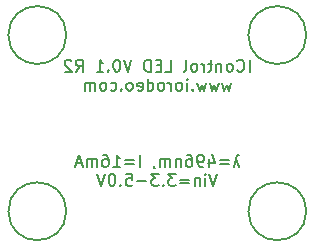
<source format=gbo>
%TF.GenerationSoftware,KiCad,Pcbnew,7.0.10-7.0.10~ubuntu22.04.1*%
%TF.CreationDate,2024-03-15T17:45:32-07:00*%
%TF.ProjectId,496nm_16mA,3439366e-6d5f-4313-966d-412e6b696361,rev?*%
%TF.SameCoordinates,Original*%
%TF.FileFunction,Legend,Bot*%
%TF.FilePolarity,Positive*%
%FSLAX46Y46*%
G04 Gerber Fmt 4.6, Leading zero omitted, Abs format (unit mm)*
G04 Created by KiCad (PCBNEW 7.0.10-7.0.10~ubuntu22.04.1) date 2024-03-15 17:45:32*
%MOMM*%
%LPD*%
G01*
G04 APERTURE LIST*
%ADD10C,0.150000*%
G04 APERTURE END LIST*
D10*
X70509524Y-55634819D02*
X70509524Y-54634819D01*
X69461906Y-55539580D02*
X69509525Y-55587200D01*
X69509525Y-55587200D02*
X69652382Y-55634819D01*
X69652382Y-55634819D02*
X69747620Y-55634819D01*
X69747620Y-55634819D02*
X69890477Y-55587200D01*
X69890477Y-55587200D02*
X69985715Y-55491961D01*
X69985715Y-55491961D02*
X70033334Y-55396723D01*
X70033334Y-55396723D02*
X70080953Y-55206247D01*
X70080953Y-55206247D02*
X70080953Y-55063390D01*
X70080953Y-55063390D02*
X70033334Y-54872914D01*
X70033334Y-54872914D02*
X69985715Y-54777676D01*
X69985715Y-54777676D02*
X69890477Y-54682438D01*
X69890477Y-54682438D02*
X69747620Y-54634819D01*
X69747620Y-54634819D02*
X69652382Y-54634819D01*
X69652382Y-54634819D02*
X69509525Y-54682438D01*
X69509525Y-54682438D02*
X69461906Y-54730057D01*
X68890477Y-55634819D02*
X68985715Y-55587200D01*
X68985715Y-55587200D02*
X69033334Y-55539580D01*
X69033334Y-55539580D02*
X69080953Y-55444342D01*
X69080953Y-55444342D02*
X69080953Y-55158628D01*
X69080953Y-55158628D02*
X69033334Y-55063390D01*
X69033334Y-55063390D02*
X68985715Y-55015771D01*
X68985715Y-55015771D02*
X68890477Y-54968152D01*
X68890477Y-54968152D02*
X68747620Y-54968152D01*
X68747620Y-54968152D02*
X68652382Y-55015771D01*
X68652382Y-55015771D02*
X68604763Y-55063390D01*
X68604763Y-55063390D02*
X68557144Y-55158628D01*
X68557144Y-55158628D02*
X68557144Y-55444342D01*
X68557144Y-55444342D02*
X68604763Y-55539580D01*
X68604763Y-55539580D02*
X68652382Y-55587200D01*
X68652382Y-55587200D02*
X68747620Y-55634819D01*
X68747620Y-55634819D02*
X68890477Y-55634819D01*
X68128572Y-54968152D02*
X68128572Y-55634819D01*
X68128572Y-55063390D02*
X68080953Y-55015771D01*
X68080953Y-55015771D02*
X67985715Y-54968152D01*
X67985715Y-54968152D02*
X67842858Y-54968152D01*
X67842858Y-54968152D02*
X67747620Y-55015771D01*
X67747620Y-55015771D02*
X67700001Y-55111009D01*
X67700001Y-55111009D02*
X67700001Y-55634819D01*
X67366667Y-54968152D02*
X66985715Y-54968152D01*
X67223810Y-54634819D02*
X67223810Y-55491961D01*
X67223810Y-55491961D02*
X67176191Y-55587200D01*
X67176191Y-55587200D02*
X67080953Y-55634819D01*
X67080953Y-55634819D02*
X66985715Y-55634819D01*
X66652381Y-55634819D02*
X66652381Y-54968152D01*
X66652381Y-55158628D02*
X66604762Y-55063390D01*
X66604762Y-55063390D02*
X66557143Y-55015771D01*
X66557143Y-55015771D02*
X66461905Y-54968152D01*
X66461905Y-54968152D02*
X66366667Y-54968152D01*
X65890476Y-55634819D02*
X65985714Y-55587200D01*
X65985714Y-55587200D02*
X66033333Y-55539580D01*
X66033333Y-55539580D02*
X66080952Y-55444342D01*
X66080952Y-55444342D02*
X66080952Y-55158628D01*
X66080952Y-55158628D02*
X66033333Y-55063390D01*
X66033333Y-55063390D02*
X65985714Y-55015771D01*
X65985714Y-55015771D02*
X65890476Y-54968152D01*
X65890476Y-54968152D02*
X65747619Y-54968152D01*
X65747619Y-54968152D02*
X65652381Y-55015771D01*
X65652381Y-55015771D02*
X65604762Y-55063390D01*
X65604762Y-55063390D02*
X65557143Y-55158628D01*
X65557143Y-55158628D02*
X65557143Y-55444342D01*
X65557143Y-55444342D02*
X65604762Y-55539580D01*
X65604762Y-55539580D02*
X65652381Y-55587200D01*
X65652381Y-55587200D02*
X65747619Y-55634819D01*
X65747619Y-55634819D02*
X65890476Y-55634819D01*
X64985714Y-55634819D02*
X65080952Y-55587200D01*
X65080952Y-55587200D02*
X65128571Y-55491961D01*
X65128571Y-55491961D02*
X65128571Y-54634819D01*
X63366666Y-55634819D02*
X63842856Y-55634819D01*
X63842856Y-55634819D02*
X63842856Y-54634819D01*
X63033332Y-55111009D02*
X62699999Y-55111009D01*
X62557142Y-55634819D02*
X63033332Y-55634819D01*
X63033332Y-55634819D02*
X63033332Y-54634819D01*
X63033332Y-54634819D02*
X62557142Y-54634819D01*
X62128570Y-55634819D02*
X62128570Y-54634819D01*
X62128570Y-54634819D02*
X61890475Y-54634819D01*
X61890475Y-54634819D02*
X61747618Y-54682438D01*
X61747618Y-54682438D02*
X61652380Y-54777676D01*
X61652380Y-54777676D02*
X61604761Y-54872914D01*
X61604761Y-54872914D02*
X61557142Y-55063390D01*
X61557142Y-55063390D02*
X61557142Y-55206247D01*
X61557142Y-55206247D02*
X61604761Y-55396723D01*
X61604761Y-55396723D02*
X61652380Y-55491961D01*
X61652380Y-55491961D02*
X61747618Y-55587200D01*
X61747618Y-55587200D02*
X61890475Y-55634819D01*
X61890475Y-55634819D02*
X62128570Y-55634819D01*
X60509522Y-54634819D02*
X60176189Y-55634819D01*
X60176189Y-55634819D02*
X59842856Y-54634819D01*
X59319046Y-54634819D02*
X59223808Y-54634819D01*
X59223808Y-54634819D02*
X59128570Y-54682438D01*
X59128570Y-54682438D02*
X59080951Y-54730057D01*
X59080951Y-54730057D02*
X59033332Y-54825295D01*
X59033332Y-54825295D02*
X58985713Y-55015771D01*
X58985713Y-55015771D02*
X58985713Y-55253866D01*
X58985713Y-55253866D02*
X59033332Y-55444342D01*
X59033332Y-55444342D02*
X59080951Y-55539580D01*
X59080951Y-55539580D02*
X59128570Y-55587200D01*
X59128570Y-55587200D02*
X59223808Y-55634819D01*
X59223808Y-55634819D02*
X59319046Y-55634819D01*
X59319046Y-55634819D02*
X59414284Y-55587200D01*
X59414284Y-55587200D02*
X59461903Y-55539580D01*
X59461903Y-55539580D02*
X59509522Y-55444342D01*
X59509522Y-55444342D02*
X59557141Y-55253866D01*
X59557141Y-55253866D02*
X59557141Y-55015771D01*
X59557141Y-55015771D02*
X59509522Y-54825295D01*
X59509522Y-54825295D02*
X59461903Y-54730057D01*
X59461903Y-54730057D02*
X59414284Y-54682438D01*
X59414284Y-54682438D02*
X59319046Y-54634819D01*
X58557141Y-55539580D02*
X58509522Y-55587200D01*
X58509522Y-55587200D02*
X58557141Y-55634819D01*
X58557141Y-55634819D02*
X58604760Y-55587200D01*
X58604760Y-55587200D02*
X58557141Y-55539580D01*
X58557141Y-55539580D02*
X58557141Y-55634819D01*
X57557142Y-55634819D02*
X58128570Y-55634819D01*
X57842856Y-55634819D02*
X57842856Y-54634819D01*
X57842856Y-54634819D02*
X57938094Y-54777676D01*
X57938094Y-54777676D02*
X58033332Y-54872914D01*
X58033332Y-54872914D02*
X58128570Y-54920533D01*
X55795237Y-55634819D02*
X56128570Y-55158628D01*
X56366665Y-55634819D02*
X56366665Y-54634819D01*
X56366665Y-54634819D02*
X55985713Y-54634819D01*
X55985713Y-54634819D02*
X55890475Y-54682438D01*
X55890475Y-54682438D02*
X55842856Y-54730057D01*
X55842856Y-54730057D02*
X55795237Y-54825295D01*
X55795237Y-54825295D02*
X55795237Y-54968152D01*
X55795237Y-54968152D02*
X55842856Y-55063390D01*
X55842856Y-55063390D02*
X55890475Y-55111009D01*
X55890475Y-55111009D02*
X55985713Y-55158628D01*
X55985713Y-55158628D02*
X56366665Y-55158628D01*
X55414284Y-54730057D02*
X55366665Y-54682438D01*
X55366665Y-54682438D02*
X55271427Y-54634819D01*
X55271427Y-54634819D02*
X55033332Y-54634819D01*
X55033332Y-54634819D02*
X54938094Y-54682438D01*
X54938094Y-54682438D02*
X54890475Y-54730057D01*
X54890475Y-54730057D02*
X54842856Y-54825295D01*
X54842856Y-54825295D02*
X54842856Y-54920533D01*
X54842856Y-54920533D02*
X54890475Y-55063390D01*
X54890475Y-55063390D02*
X55461903Y-55634819D01*
X55461903Y-55634819D02*
X54842856Y-55634819D01*
X68938094Y-56578152D02*
X68747618Y-57244819D01*
X68747618Y-57244819D02*
X68557142Y-56768628D01*
X68557142Y-56768628D02*
X68366666Y-57244819D01*
X68366666Y-57244819D02*
X68176190Y-56578152D01*
X67890475Y-56578152D02*
X67699999Y-57244819D01*
X67699999Y-57244819D02*
X67509523Y-56768628D01*
X67509523Y-56768628D02*
X67319047Y-57244819D01*
X67319047Y-57244819D02*
X67128571Y-56578152D01*
X66842856Y-56578152D02*
X66652380Y-57244819D01*
X66652380Y-57244819D02*
X66461904Y-56768628D01*
X66461904Y-56768628D02*
X66271428Y-57244819D01*
X66271428Y-57244819D02*
X66080952Y-56578152D01*
X65699999Y-57149580D02*
X65652380Y-57197200D01*
X65652380Y-57197200D02*
X65699999Y-57244819D01*
X65699999Y-57244819D02*
X65747618Y-57197200D01*
X65747618Y-57197200D02*
X65699999Y-57149580D01*
X65699999Y-57149580D02*
X65699999Y-57244819D01*
X65223809Y-57244819D02*
X65223809Y-56578152D01*
X65223809Y-56244819D02*
X65271428Y-56292438D01*
X65271428Y-56292438D02*
X65223809Y-56340057D01*
X65223809Y-56340057D02*
X65176190Y-56292438D01*
X65176190Y-56292438D02*
X65223809Y-56244819D01*
X65223809Y-56244819D02*
X65223809Y-56340057D01*
X64604762Y-57244819D02*
X64700000Y-57197200D01*
X64700000Y-57197200D02*
X64747619Y-57149580D01*
X64747619Y-57149580D02*
X64795238Y-57054342D01*
X64795238Y-57054342D02*
X64795238Y-56768628D01*
X64795238Y-56768628D02*
X64747619Y-56673390D01*
X64747619Y-56673390D02*
X64700000Y-56625771D01*
X64700000Y-56625771D02*
X64604762Y-56578152D01*
X64604762Y-56578152D02*
X64461905Y-56578152D01*
X64461905Y-56578152D02*
X64366667Y-56625771D01*
X64366667Y-56625771D02*
X64319048Y-56673390D01*
X64319048Y-56673390D02*
X64271429Y-56768628D01*
X64271429Y-56768628D02*
X64271429Y-57054342D01*
X64271429Y-57054342D02*
X64319048Y-57149580D01*
X64319048Y-57149580D02*
X64366667Y-57197200D01*
X64366667Y-57197200D02*
X64461905Y-57244819D01*
X64461905Y-57244819D02*
X64604762Y-57244819D01*
X63842857Y-57244819D02*
X63842857Y-56578152D01*
X63842857Y-56768628D02*
X63795238Y-56673390D01*
X63795238Y-56673390D02*
X63747619Y-56625771D01*
X63747619Y-56625771D02*
X63652381Y-56578152D01*
X63652381Y-56578152D02*
X63557143Y-56578152D01*
X63080952Y-57244819D02*
X63176190Y-57197200D01*
X63176190Y-57197200D02*
X63223809Y-57149580D01*
X63223809Y-57149580D02*
X63271428Y-57054342D01*
X63271428Y-57054342D02*
X63271428Y-56768628D01*
X63271428Y-56768628D02*
X63223809Y-56673390D01*
X63223809Y-56673390D02*
X63176190Y-56625771D01*
X63176190Y-56625771D02*
X63080952Y-56578152D01*
X63080952Y-56578152D02*
X62938095Y-56578152D01*
X62938095Y-56578152D02*
X62842857Y-56625771D01*
X62842857Y-56625771D02*
X62795238Y-56673390D01*
X62795238Y-56673390D02*
X62747619Y-56768628D01*
X62747619Y-56768628D02*
X62747619Y-57054342D01*
X62747619Y-57054342D02*
X62795238Y-57149580D01*
X62795238Y-57149580D02*
X62842857Y-57197200D01*
X62842857Y-57197200D02*
X62938095Y-57244819D01*
X62938095Y-57244819D02*
X63080952Y-57244819D01*
X61890476Y-57244819D02*
X61890476Y-56244819D01*
X61890476Y-57197200D02*
X61985714Y-57244819D01*
X61985714Y-57244819D02*
X62176190Y-57244819D01*
X62176190Y-57244819D02*
X62271428Y-57197200D01*
X62271428Y-57197200D02*
X62319047Y-57149580D01*
X62319047Y-57149580D02*
X62366666Y-57054342D01*
X62366666Y-57054342D02*
X62366666Y-56768628D01*
X62366666Y-56768628D02*
X62319047Y-56673390D01*
X62319047Y-56673390D02*
X62271428Y-56625771D01*
X62271428Y-56625771D02*
X62176190Y-56578152D01*
X62176190Y-56578152D02*
X61985714Y-56578152D01*
X61985714Y-56578152D02*
X61890476Y-56625771D01*
X61033333Y-57197200D02*
X61128571Y-57244819D01*
X61128571Y-57244819D02*
X61319047Y-57244819D01*
X61319047Y-57244819D02*
X61414285Y-57197200D01*
X61414285Y-57197200D02*
X61461904Y-57101961D01*
X61461904Y-57101961D02*
X61461904Y-56721009D01*
X61461904Y-56721009D02*
X61414285Y-56625771D01*
X61414285Y-56625771D02*
X61319047Y-56578152D01*
X61319047Y-56578152D02*
X61128571Y-56578152D01*
X61128571Y-56578152D02*
X61033333Y-56625771D01*
X61033333Y-56625771D02*
X60985714Y-56721009D01*
X60985714Y-56721009D02*
X60985714Y-56816247D01*
X60985714Y-56816247D02*
X61461904Y-56911485D01*
X60414285Y-57244819D02*
X60509523Y-57197200D01*
X60509523Y-57197200D02*
X60557142Y-57149580D01*
X60557142Y-57149580D02*
X60604761Y-57054342D01*
X60604761Y-57054342D02*
X60604761Y-56768628D01*
X60604761Y-56768628D02*
X60557142Y-56673390D01*
X60557142Y-56673390D02*
X60509523Y-56625771D01*
X60509523Y-56625771D02*
X60414285Y-56578152D01*
X60414285Y-56578152D02*
X60271428Y-56578152D01*
X60271428Y-56578152D02*
X60176190Y-56625771D01*
X60176190Y-56625771D02*
X60128571Y-56673390D01*
X60128571Y-56673390D02*
X60080952Y-56768628D01*
X60080952Y-56768628D02*
X60080952Y-57054342D01*
X60080952Y-57054342D02*
X60128571Y-57149580D01*
X60128571Y-57149580D02*
X60176190Y-57197200D01*
X60176190Y-57197200D02*
X60271428Y-57244819D01*
X60271428Y-57244819D02*
X60414285Y-57244819D01*
X59652380Y-57149580D02*
X59604761Y-57197200D01*
X59604761Y-57197200D02*
X59652380Y-57244819D01*
X59652380Y-57244819D02*
X59699999Y-57197200D01*
X59699999Y-57197200D02*
X59652380Y-57149580D01*
X59652380Y-57149580D02*
X59652380Y-57244819D01*
X58747619Y-57197200D02*
X58842857Y-57244819D01*
X58842857Y-57244819D02*
X59033333Y-57244819D01*
X59033333Y-57244819D02*
X59128571Y-57197200D01*
X59128571Y-57197200D02*
X59176190Y-57149580D01*
X59176190Y-57149580D02*
X59223809Y-57054342D01*
X59223809Y-57054342D02*
X59223809Y-56768628D01*
X59223809Y-56768628D02*
X59176190Y-56673390D01*
X59176190Y-56673390D02*
X59128571Y-56625771D01*
X59128571Y-56625771D02*
X59033333Y-56578152D01*
X59033333Y-56578152D02*
X58842857Y-56578152D01*
X58842857Y-56578152D02*
X58747619Y-56625771D01*
X58176190Y-57244819D02*
X58271428Y-57197200D01*
X58271428Y-57197200D02*
X58319047Y-57149580D01*
X58319047Y-57149580D02*
X58366666Y-57054342D01*
X58366666Y-57054342D02*
X58366666Y-56768628D01*
X58366666Y-56768628D02*
X58319047Y-56673390D01*
X58319047Y-56673390D02*
X58271428Y-56625771D01*
X58271428Y-56625771D02*
X58176190Y-56578152D01*
X58176190Y-56578152D02*
X58033333Y-56578152D01*
X58033333Y-56578152D02*
X57938095Y-56625771D01*
X57938095Y-56625771D02*
X57890476Y-56673390D01*
X57890476Y-56673390D02*
X57842857Y-56768628D01*
X57842857Y-56768628D02*
X57842857Y-57054342D01*
X57842857Y-57054342D02*
X57890476Y-57149580D01*
X57890476Y-57149580D02*
X57938095Y-57197200D01*
X57938095Y-57197200D02*
X58033333Y-57244819D01*
X58033333Y-57244819D02*
X58176190Y-57244819D01*
X57414285Y-57244819D02*
X57414285Y-56578152D01*
X57414285Y-56673390D02*
X57366666Y-56625771D01*
X57366666Y-56625771D02*
X57271428Y-56578152D01*
X57271428Y-56578152D02*
X57128571Y-56578152D01*
X57128571Y-56578152D02*
X57033333Y-56625771D01*
X57033333Y-56625771D02*
X56985714Y-56721009D01*
X56985714Y-56721009D02*
X56985714Y-57244819D01*
X56985714Y-56721009D02*
X56938095Y-56625771D01*
X56938095Y-56625771D02*
X56842857Y-56578152D01*
X56842857Y-56578152D02*
X56700000Y-56578152D01*
X56700000Y-56578152D02*
X56604761Y-56625771D01*
X56604761Y-56625771D02*
X56557142Y-56721009D01*
X56557142Y-56721009D02*
X56557142Y-57244819D01*
X69390475Y-63018152D02*
X69628570Y-63684819D01*
X69628570Y-62684819D02*
X69533332Y-62684819D01*
X69533332Y-62684819D02*
X69485713Y-62732438D01*
X69485713Y-62732438D02*
X69390475Y-63018152D01*
X69390475Y-63018152D02*
X69152380Y-63684819D01*
X68771427Y-63161009D02*
X68009523Y-63161009D01*
X68009523Y-63446723D02*
X68771427Y-63446723D01*
X67104761Y-63018152D02*
X67104761Y-63684819D01*
X67342856Y-62637200D02*
X67580951Y-63351485D01*
X67580951Y-63351485D02*
X66961904Y-63351485D01*
X66533332Y-63684819D02*
X66342856Y-63684819D01*
X66342856Y-63684819D02*
X66247618Y-63637200D01*
X66247618Y-63637200D02*
X66199999Y-63589580D01*
X66199999Y-63589580D02*
X66104761Y-63446723D01*
X66104761Y-63446723D02*
X66057142Y-63256247D01*
X66057142Y-63256247D02*
X66057142Y-62875295D01*
X66057142Y-62875295D02*
X66104761Y-62780057D01*
X66104761Y-62780057D02*
X66152380Y-62732438D01*
X66152380Y-62732438D02*
X66247618Y-62684819D01*
X66247618Y-62684819D02*
X66438094Y-62684819D01*
X66438094Y-62684819D02*
X66533332Y-62732438D01*
X66533332Y-62732438D02*
X66580951Y-62780057D01*
X66580951Y-62780057D02*
X66628570Y-62875295D01*
X66628570Y-62875295D02*
X66628570Y-63113390D01*
X66628570Y-63113390D02*
X66580951Y-63208628D01*
X66580951Y-63208628D02*
X66533332Y-63256247D01*
X66533332Y-63256247D02*
X66438094Y-63303866D01*
X66438094Y-63303866D02*
X66247618Y-63303866D01*
X66247618Y-63303866D02*
X66152380Y-63256247D01*
X66152380Y-63256247D02*
X66104761Y-63208628D01*
X66104761Y-63208628D02*
X66057142Y-63113390D01*
X65199999Y-62684819D02*
X65390475Y-62684819D01*
X65390475Y-62684819D02*
X65485713Y-62732438D01*
X65485713Y-62732438D02*
X65533332Y-62780057D01*
X65533332Y-62780057D02*
X65628570Y-62922914D01*
X65628570Y-62922914D02*
X65676189Y-63113390D01*
X65676189Y-63113390D02*
X65676189Y-63494342D01*
X65676189Y-63494342D02*
X65628570Y-63589580D01*
X65628570Y-63589580D02*
X65580951Y-63637200D01*
X65580951Y-63637200D02*
X65485713Y-63684819D01*
X65485713Y-63684819D02*
X65295237Y-63684819D01*
X65295237Y-63684819D02*
X65199999Y-63637200D01*
X65199999Y-63637200D02*
X65152380Y-63589580D01*
X65152380Y-63589580D02*
X65104761Y-63494342D01*
X65104761Y-63494342D02*
X65104761Y-63256247D01*
X65104761Y-63256247D02*
X65152380Y-63161009D01*
X65152380Y-63161009D02*
X65199999Y-63113390D01*
X65199999Y-63113390D02*
X65295237Y-63065771D01*
X65295237Y-63065771D02*
X65485713Y-63065771D01*
X65485713Y-63065771D02*
X65580951Y-63113390D01*
X65580951Y-63113390D02*
X65628570Y-63161009D01*
X65628570Y-63161009D02*
X65676189Y-63256247D01*
X64676189Y-63018152D02*
X64676189Y-63684819D01*
X64676189Y-63113390D02*
X64628570Y-63065771D01*
X64628570Y-63065771D02*
X64533332Y-63018152D01*
X64533332Y-63018152D02*
X64390475Y-63018152D01*
X64390475Y-63018152D02*
X64295237Y-63065771D01*
X64295237Y-63065771D02*
X64247618Y-63161009D01*
X64247618Y-63161009D02*
X64247618Y-63684819D01*
X63771427Y-63684819D02*
X63771427Y-63018152D01*
X63771427Y-63113390D02*
X63723808Y-63065771D01*
X63723808Y-63065771D02*
X63628570Y-63018152D01*
X63628570Y-63018152D02*
X63485713Y-63018152D01*
X63485713Y-63018152D02*
X63390475Y-63065771D01*
X63390475Y-63065771D02*
X63342856Y-63161009D01*
X63342856Y-63161009D02*
X63342856Y-63684819D01*
X63342856Y-63161009D02*
X63295237Y-63065771D01*
X63295237Y-63065771D02*
X63199999Y-63018152D01*
X63199999Y-63018152D02*
X63057142Y-63018152D01*
X63057142Y-63018152D02*
X62961903Y-63065771D01*
X62961903Y-63065771D02*
X62914284Y-63161009D01*
X62914284Y-63161009D02*
X62914284Y-63684819D01*
X62390475Y-63637200D02*
X62390475Y-63684819D01*
X62390475Y-63684819D02*
X62438094Y-63780057D01*
X62438094Y-63780057D02*
X62485713Y-63827676D01*
X61199999Y-63684819D02*
X61199999Y-62684819D01*
X60723809Y-63161009D02*
X59961905Y-63161009D01*
X59961905Y-63446723D02*
X60723809Y-63446723D01*
X58961905Y-63684819D02*
X59533333Y-63684819D01*
X59247619Y-63684819D02*
X59247619Y-62684819D01*
X59247619Y-62684819D02*
X59342857Y-62827676D01*
X59342857Y-62827676D02*
X59438095Y-62922914D01*
X59438095Y-62922914D02*
X59533333Y-62970533D01*
X58104762Y-62684819D02*
X58295238Y-62684819D01*
X58295238Y-62684819D02*
X58390476Y-62732438D01*
X58390476Y-62732438D02*
X58438095Y-62780057D01*
X58438095Y-62780057D02*
X58533333Y-62922914D01*
X58533333Y-62922914D02*
X58580952Y-63113390D01*
X58580952Y-63113390D02*
X58580952Y-63494342D01*
X58580952Y-63494342D02*
X58533333Y-63589580D01*
X58533333Y-63589580D02*
X58485714Y-63637200D01*
X58485714Y-63637200D02*
X58390476Y-63684819D01*
X58390476Y-63684819D02*
X58200000Y-63684819D01*
X58200000Y-63684819D02*
X58104762Y-63637200D01*
X58104762Y-63637200D02*
X58057143Y-63589580D01*
X58057143Y-63589580D02*
X58009524Y-63494342D01*
X58009524Y-63494342D02*
X58009524Y-63256247D01*
X58009524Y-63256247D02*
X58057143Y-63161009D01*
X58057143Y-63161009D02*
X58104762Y-63113390D01*
X58104762Y-63113390D02*
X58200000Y-63065771D01*
X58200000Y-63065771D02*
X58390476Y-63065771D01*
X58390476Y-63065771D02*
X58485714Y-63113390D01*
X58485714Y-63113390D02*
X58533333Y-63161009D01*
X58533333Y-63161009D02*
X58580952Y-63256247D01*
X57580952Y-63684819D02*
X57580952Y-63018152D01*
X57580952Y-63113390D02*
X57533333Y-63065771D01*
X57533333Y-63065771D02*
X57438095Y-63018152D01*
X57438095Y-63018152D02*
X57295238Y-63018152D01*
X57295238Y-63018152D02*
X57200000Y-63065771D01*
X57200000Y-63065771D02*
X57152381Y-63161009D01*
X57152381Y-63161009D02*
X57152381Y-63684819D01*
X57152381Y-63161009D02*
X57104762Y-63065771D01*
X57104762Y-63065771D02*
X57009524Y-63018152D01*
X57009524Y-63018152D02*
X56866667Y-63018152D01*
X56866667Y-63018152D02*
X56771428Y-63065771D01*
X56771428Y-63065771D02*
X56723809Y-63161009D01*
X56723809Y-63161009D02*
X56723809Y-63684819D01*
X56295238Y-63399104D02*
X55819048Y-63399104D01*
X56390476Y-63684819D02*
X56057143Y-62684819D01*
X56057143Y-62684819D02*
X55723810Y-63684819D01*
X67771427Y-64294819D02*
X67438094Y-65294819D01*
X67438094Y-65294819D02*
X67104761Y-64294819D01*
X66771427Y-65294819D02*
X66771427Y-64628152D01*
X66771427Y-64294819D02*
X66819046Y-64342438D01*
X66819046Y-64342438D02*
X66771427Y-64390057D01*
X66771427Y-64390057D02*
X66723808Y-64342438D01*
X66723808Y-64342438D02*
X66771427Y-64294819D01*
X66771427Y-64294819D02*
X66771427Y-64390057D01*
X66295237Y-64628152D02*
X66295237Y-65294819D01*
X66295237Y-64723390D02*
X66247618Y-64675771D01*
X66247618Y-64675771D02*
X66152380Y-64628152D01*
X66152380Y-64628152D02*
X66009523Y-64628152D01*
X66009523Y-64628152D02*
X65914285Y-64675771D01*
X65914285Y-64675771D02*
X65866666Y-64771009D01*
X65866666Y-64771009D02*
X65866666Y-65294819D01*
X65390475Y-64771009D02*
X64628571Y-64771009D01*
X64628571Y-65056723D02*
X65390475Y-65056723D01*
X64247618Y-64294819D02*
X63628571Y-64294819D01*
X63628571Y-64294819D02*
X63961904Y-64675771D01*
X63961904Y-64675771D02*
X63819047Y-64675771D01*
X63819047Y-64675771D02*
X63723809Y-64723390D01*
X63723809Y-64723390D02*
X63676190Y-64771009D01*
X63676190Y-64771009D02*
X63628571Y-64866247D01*
X63628571Y-64866247D02*
X63628571Y-65104342D01*
X63628571Y-65104342D02*
X63676190Y-65199580D01*
X63676190Y-65199580D02*
X63723809Y-65247200D01*
X63723809Y-65247200D02*
X63819047Y-65294819D01*
X63819047Y-65294819D02*
X64104761Y-65294819D01*
X64104761Y-65294819D02*
X64199999Y-65247200D01*
X64199999Y-65247200D02*
X64247618Y-65199580D01*
X63199999Y-65199580D02*
X63152380Y-65247200D01*
X63152380Y-65247200D02*
X63199999Y-65294819D01*
X63199999Y-65294819D02*
X63247618Y-65247200D01*
X63247618Y-65247200D02*
X63199999Y-65199580D01*
X63199999Y-65199580D02*
X63199999Y-65294819D01*
X62819047Y-64294819D02*
X62200000Y-64294819D01*
X62200000Y-64294819D02*
X62533333Y-64675771D01*
X62533333Y-64675771D02*
X62390476Y-64675771D01*
X62390476Y-64675771D02*
X62295238Y-64723390D01*
X62295238Y-64723390D02*
X62247619Y-64771009D01*
X62247619Y-64771009D02*
X62200000Y-64866247D01*
X62200000Y-64866247D02*
X62200000Y-65104342D01*
X62200000Y-65104342D02*
X62247619Y-65199580D01*
X62247619Y-65199580D02*
X62295238Y-65247200D01*
X62295238Y-65247200D02*
X62390476Y-65294819D01*
X62390476Y-65294819D02*
X62676190Y-65294819D01*
X62676190Y-65294819D02*
X62771428Y-65247200D01*
X62771428Y-65247200D02*
X62819047Y-65199580D01*
X61771428Y-64913866D02*
X61009524Y-64913866D01*
X60057143Y-64294819D02*
X60533333Y-64294819D01*
X60533333Y-64294819D02*
X60580952Y-64771009D01*
X60580952Y-64771009D02*
X60533333Y-64723390D01*
X60533333Y-64723390D02*
X60438095Y-64675771D01*
X60438095Y-64675771D02*
X60200000Y-64675771D01*
X60200000Y-64675771D02*
X60104762Y-64723390D01*
X60104762Y-64723390D02*
X60057143Y-64771009D01*
X60057143Y-64771009D02*
X60009524Y-64866247D01*
X60009524Y-64866247D02*
X60009524Y-65104342D01*
X60009524Y-65104342D02*
X60057143Y-65199580D01*
X60057143Y-65199580D02*
X60104762Y-65247200D01*
X60104762Y-65247200D02*
X60200000Y-65294819D01*
X60200000Y-65294819D02*
X60438095Y-65294819D01*
X60438095Y-65294819D02*
X60533333Y-65247200D01*
X60533333Y-65247200D02*
X60580952Y-65199580D01*
X59580952Y-65199580D02*
X59533333Y-65247200D01*
X59533333Y-65247200D02*
X59580952Y-65294819D01*
X59580952Y-65294819D02*
X59628571Y-65247200D01*
X59628571Y-65247200D02*
X59580952Y-65199580D01*
X59580952Y-65199580D02*
X59580952Y-65294819D01*
X58914286Y-64294819D02*
X58819048Y-64294819D01*
X58819048Y-64294819D02*
X58723810Y-64342438D01*
X58723810Y-64342438D02*
X58676191Y-64390057D01*
X58676191Y-64390057D02*
X58628572Y-64485295D01*
X58628572Y-64485295D02*
X58580953Y-64675771D01*
X58580953Y-64675771D02*
X58580953Y-64913866D01*
X58580953Y-64913866D02*
X58628572Y-65104342D01*
X58628572Y-65104342D02*
X58676191Y-65199580D01*
X58676191Y-65199580D02*
X58723810Y-65247200D01*
X58723810Y-65247200D02*
X58819048Y-65294819D01*
X58819048Y-65294819D02*
X58914286Y-65294819D01*
X58914286Y-65294819D02*
X59009524Y-65247200D01*
X59009524Y-65247200D02*
X59057143Y-65199580D01*
X59057143Y-65199580D02*
X59104762Y-65104342D01*
X59104762Y-65104342D02*
X59152381Y-64913866D01*
X59152381Y-64913866D02*
X59152381Y-64675771D01*
X59152381Y-64675771D02*
X59104762Y-64485295D01*
X59104762Y-64485295D02*
X59057143Y-64390057D01*
X59057143Y-64390057D02*
X59009524Y-64342438D01*
X59009524Y-64342438D02*
X58914286Y-64294819D01*
X58295238Y-64294819D02*
X57961905Y-65294819D01*
X57961905Y-65294819D02*
X57628572Y-64294819D01*
%TO.C,M1*%
X54990000Y-52540000D02*
G75*
G03*
X50090000Y-52540000I-2450000J0D01*
G01*
X50090000Y-52540000D02*
G75*
G03*
X54990000Y-52540000I2450000J0D01*
G01*
%TO.C,M2*%
X75310000Y-52540000D02*
G75*
G03*
X70410000Y-52540000I-2450000J0D01*
G01*
X70410000Y-52540000D02*
G75*
G03*
X75310000Y-52540000I2450000J0D01*
G01*
%TO.C,M3*%
X75310000Y-67460000D02*
G75*
G03*
X70410000Y-67460000I-2450000J0D01*
G01*
X70410000Y-67460000D02*
G75*
G03*
X75310000Y-67460000I2450000J0D01*
G01*
%TO.C,M4*%
X54990000Y-67460000D02*
G75*
G03*
X50090000Y-67460000I-2450000J0D01*
G01*
X50090000Y-67460000D02*
G75*
G03*
X54990000Y-67460000I2450000J0D01*
G01*
%TD*%
M02*

</source>
